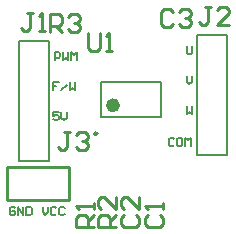
<source format=gto>
G04 Layer_Color=15132400*
%FSLAX25Y25*%
%MOIN*%
G70*
G01*
G75*
%ADD15C,0.01000*%
%ADD24C,0.02362*%
%ADD25C,0.00984*%
%ADD26C,0.00787*%
D15*
X207618Y231988D02*
Y243012D01*
X187146D02*
X207618D01*
X187146Y231988D02*
Y243012D01*
Y231988D02*
X207618D01*
X214000Y287498D02*
Y282500D01*
X215000Y281500D01*
X216999D01*
X217999Y282500D01*
Y287498D01*
X219998Y281500D02*
X221997D01*
X220998D01*
Y287498D01*
X219998Y286498D01*
X234002Y226999D02*
X233002Y225999D01*
Y224000D01*
X234002Y223000D01*
X238000D01*
X239000Y224000D01*
Y225999D01*
X238000Y226999D01*
X239000Y228998D02*
Y230997D01*
Y229998D01*
X233002D01*
X234002Y228998D01*
X226002Y226999D02*
X225002Y225999D01*
Y224000D01*
X226002Y223000D01*
X230000D01*
X231000Y224000D01*
Y225999D01*
X230000Y226999D01*
X231000Y232997D02*
Y228998D01*
X227001Y232997D01*
X226002D01*
X225002Y231997D01*
Y229998D01*
X226002Y228998D01*
X242499Y294498D02*
X241499Y295498D01*
X239500D01*
X238500Y294498D01*
Y290500D01*
X239500Y289500D01*
X241499D01*
X242499Y290500D01*
X244498Y294498D02*
X245498Y295498D01*
X247497D01*
X248497Y294498D01*
Y293499D01*
X247497Y292499D01*
X246497D01*
X247497D01*
X248497Y291499D01*
Y290500D01*
X247497Y289500D01*
X245498D01*
X244498Y290500D01*
X195649Y294348D02*
X193649D01*
X194649D01*
Y289350D01*
X193649Y288350D01*
X192650D01*
X191650Y289350D01*
X197648Y288350D02*
X199647D01*
X198648D01*
Y294348D01*
X197648Y293348D01*
X255099Y296398D02*
X253099D01*
X254099D01*
Y291400D01*
X253099Y290400D01*
X252100D01*
X251100Y291400D01*
X261097Y290400D02*
X257098D01*
X261097Y294399D01*
Y295398D01*
X260097Y296398D01*
X258098D01*
X257098Y295398D01*
X216000Y223000D02*
X210002D01*
Y225999D01*
X211002Y226999D01*
X213001D01*
X214001Y225999D01*
Y223000D01*
Y224999D02*
X216000Y226999D01*
Y228998D02*
Y230997D01*
Y229998D01*
X210002D01*
X211002Y228998D01*
X223500Y223000D02*
X217502D01*
Y225999D01*
X218502Y226999D01*
X220501D01*
X221501Y225999D01*
Y223000D01*
Y224999D02*
X223500Y226999D01*
Y232997D02*
Y228998D01*
X219501Y232997D01*
X218502D01*
X217502Y231997D01*
Y229998D01*
X218502Y228998D01*
X201500Y288000D02*
Y293998D01*
X204499D01*
X205499Y292998D01*
Y290999D01*
X204499Y289999D01*
X201500D01*
X203499D02*
X205499Y288000D01*
X207498Y292998D02*
X208498Y293998D01*
X210497D01*
X211497Y292998D01*
Y291999D01*
X210497Y290999D01*
X209497D01*
X210497D01*
X211497Y289999D01*
Y289000D01*
X210497Y288000D01*
X208498D01*
X207498Y289000D01*
X207999Y254498D02*
X205999D01*
X206999D01*
Y249500D01*
X205999Y248500D01*
X205000D01*
X204000Y249500D01*
X209998Y253498D02*
X210998Y254498D01*
X212997D01*
X213997Y253498D01*
Y252499D01*
X212997Y251499D01*
X211997D01*
X212997D01*
X213997Y250499D01*
Y249500D01*
X212997Y248500D01*
X210998D01*
X209998Y249500D01*
D24*
X223579Y263531D02*
G03*
X223579Y263531I-1181J0D01*
G01*
D25*
X217181Y254083D02*
G03*
X217181Y254083I-492J0D01*
G01*
D26*
X238539Y259594D02*
Y271406D01*
X218461Y259594D02*
Y271406D01*
X238539D01*
X218461Y259594D02*
X238539D01*
X250500Y287000D02*
X260500D01*
Y247000D02*
Y287000D01*
X250500Y247000D02*
X260500D01*
X250500D02*
Y287000D01*
X191000Y285000D02*
X201000D01*
Y245000D02*
Y285000D01*
X191000Y245000D02*
X201000D01*
X191000D02*
Y285000D01*
X204337Y261255D02*
X202500D01*
Y259877D01*
X203418Y260337D01*
X203877D01*
X204337Y259877D01*
Y258959D01*
X203877Y258500D01*
X202959D01*
X202500Y258959D01*
X205255Y261255D02*
Y259418D01*
X206173Y258500D01*
X207092Y259418D01*
Y261255D01*
X204337Y271255D02*
X202500D01*
Y269878D01*
X203418D01*
X202500D01*
Y268500D01*
X205255D02*
X207092Y270337D01*
X208010Y271255D02*
Y268500D01*
X208928Y269418D01*
X209847Y268500D01*
Y271255D01*
X203000Y278500D02*
Y281255D01*
X204378D01*
X204837Y280796D01*
Y279877D01*
X204378Y279418D01*
X203000D01*
X205755Y281255D02*
Y278500D01*
X206673Y279418D01*
X207592Y278500D01*
Y281255D01*
X208510Y278500D02*
Y281255D01*
X209428Y280337D01*
X210347Y281255D01*
Y278500D01*
X199000Y229755D02*
Y227918D01*
X199918Y227000D01*
X200837Y227918D01*
Y229755D01*
X203592Y229296D02*
X203133Y229755D01*
X202214D01*
X201755Y229296D01*
Y227459D01*
X202214Y227000D01*
X203133D01*
X203592Y227459D01*
X206347Y229296D02*
X205888Y229755D01*
X204969D01*
X204510Y229296D01*
Y227459D01*
X204969Y227000D01*
X205888D01*
X206347Y227459D01*
X189837Y229296D02*
X189377Y229755D01*
X188459D01*
X188000Y229296D01*
Y227459D01*
X188459Y227000D01*
X189377D01*
X189837Y227459D01*
Y228378D01*
X188918D01*
X190755Y227000D02*
Y229755D01*
X192592Y227000D01*
Y229755D01*
X193510D02*
Y227000D01*
X194888D01*
X195347Y227459D01*
Y229296D01*
X194888Y229755D01*
X193510D01*
X242837Y252296D02*
X242377Y252755D01*
X241459D01*
X241000Y252296D01*
Y250459D01*
X241459Y250000D01*
X242377D01*
X242837Y250459D01*
X245132Y252755D02*
X244214D01*
X243755Y252296D01*
Y250459D01*
X244214Y250000D01*
X245132D01*
X245592Y250459D01*
Y252296D01*
X245132Y252755D01*
X246510Y250000D02*
Y252755D01*
X247428Y251837D01*
X248347Y252755D01*
Y250000D01*
X247000Y263255D02*
Y260500D01*
X247918Y261418D01*
X248837Y260500D01*
Y263255D01*
X247000Y273255D02*
Y271418D01*
X247918Y270500D01*
X248837Y271418D01*
Y273255D01*
X247000Y283255D02*
Y280959D01*
X247459Y280500D01*
X248377D01*
X248837Y280959D01*
Y283255D01*
M02*

</source>
